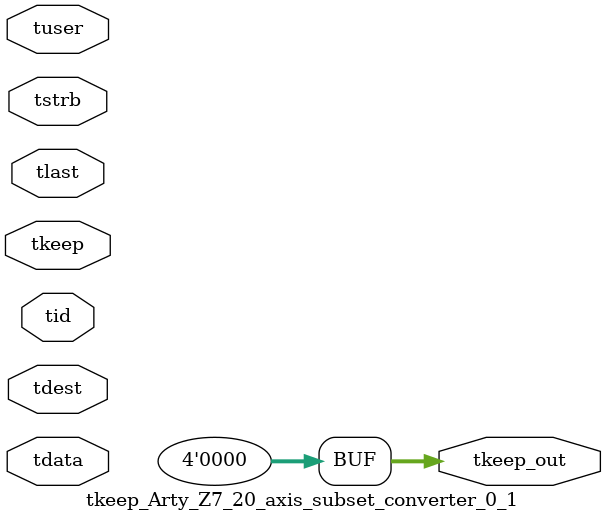
<source format=v>


`timescale 1ps/1ps

module tkeep_Arty_Z7_20_axis_subset_converter_0_1 #
(
parameter C_S_AXIS_TDATA_WIDTH = 32,
parameter C_S_AXIS_TUSER_WIDTH = 0,
parameter C_S_AXIS_TID_WIDTH   = 0,
parameter C_S_AXIS_TDEST_WIDTH = 0,
parameter C_M_AXIS_TDATA_WIDTH = 32
)
(
input  [(C_S_AXIS_TDATA_WIDTH == 0 ? 1 : C_S_AXIS_TDATA_WIDTH)-1:0     ] tdata,
input  [(C_S_AXIS_TUSER_WIDTH == 0 ? 1 : C_S_AXIS_TUSER_WIDTH)-1:0     ] tuser,
input  [(C_S_AXIS_TID_WIDTH   == 0 ? 1 : C_S_AXIS_TID_WIDTH)-1:0       ] tid,
input  [(C_S_AXIS_TDEST_WIDTH == 0 ? 1 : C_S_AXIS_TDEST_WIDTH)-1:0     ] tdest,
input  [(C_S_AXIS_TDATA_WIDTH/8)-1:0 ] tkeep,
input  [(C_S_AXIS_TDATA_WIDTH/8)-1:0 ] tstrb,
input                                                                    tlast,
output [(C_M_AXIS_TDATA_WIDTH/8)-1:0 ] tkeep_out
);

assign tkeep_out = {1'b0};

endmodule


</source>
